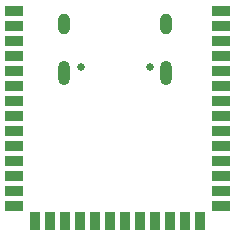
<source format=gbr>
%TF.GenerationSoftware,KiCad,Pcbnew,9.0.3*%
%TF.CreationDate,2025-11-04T10:47:43-05:00*%
%TF.ProjectId,JabChip,4a616243-6869-4702-9e6b-696361645f70,rev?*%
%TF.SameCoordinates,Original*%
%TF.FileFunction,Soldermask,Bot*%
%TF.FilePolarity,Negative*%
%FSLAX46Y46*%
G04 Gerber Fmt 4.6, Leading zero omitted, Abs format (unit mm)*
G04 Created by KiCad (PCBNEW 9.0.3) date 2025-11-04 10:47:43*
%MOMM*%
%LPD*%
G01*
G04 APERTURE LIST*
%ADD10C,0.650000*%
%ADD11O,1.000000X2.100000*%
%ADD12O,1.000000X1.800000*%
%ADD13R,1.500000X0.900000*%
%ADD14R,0.900000X1.500000*%
G04 APERTURE END LIST*
D10*
%TO.C,J1*%
X141320000Y-67440600D03*
X135540000Y-67440600D03*
D11*
X142750000Y-67940600D03*
D12*
X142750000Y-63760600D03*
D11*
X134110000Y-67940600D03*
D12*
X134110000Y-63760600D03*
%TD*%
D13*
%TO.C,U4*%
X147383200Y-62659600D03*
X147383200Y-63929600D03*
X147383200Y-65199600D03*
X147383200Y-66469600D03*
X147383200Y-67739600D03*
X147383200Y-69009600D03*
X147383200Y-70279600D03*
X147383200Y-71549600D03*
X147383200Y-72819600D03*
X147383200Y-74089600D03*
X147383200Y-75359600D03*
X147383200Y-76629600D03*
X147383200Y-77899600D03*
X147383200Y-79169600D03*
D14*
X145618200Y-80419600D03*
X144348200Y-80419600D03*
X143078200Y-80419600D03*
X141808200Y-80419600D03*
X140538200Y-80419600D03*
X139268200Y-80419600D03*
X137998200Y-80419600D03*
X136728200Y-80419600D03*
X135458200Y-80419600D03*
X134188200Y-80419600D03*
X132918200Y-80419600D03*
X131648200Y-80419600D03*
D13*
X129883200Y-79169600D03*
X129883200Y-77899600D03*
X129883200Y-76629600D03*
X129883200Y-75359600D03*
X129883200Y-74089600D03*
X129883200Y-72819600D03*
X129883200Y-71549600D03*
X129883200Y-70279600D03*
X129883200Y-69009600D03*
X129883200Y-67739600D03*
X129883200Y-66469600D03*
X129883200Y-65199600D03*
X129883200Y-63929600D03*
X129883200Y-62659600D03*
%TD*%
M02*

</source>
